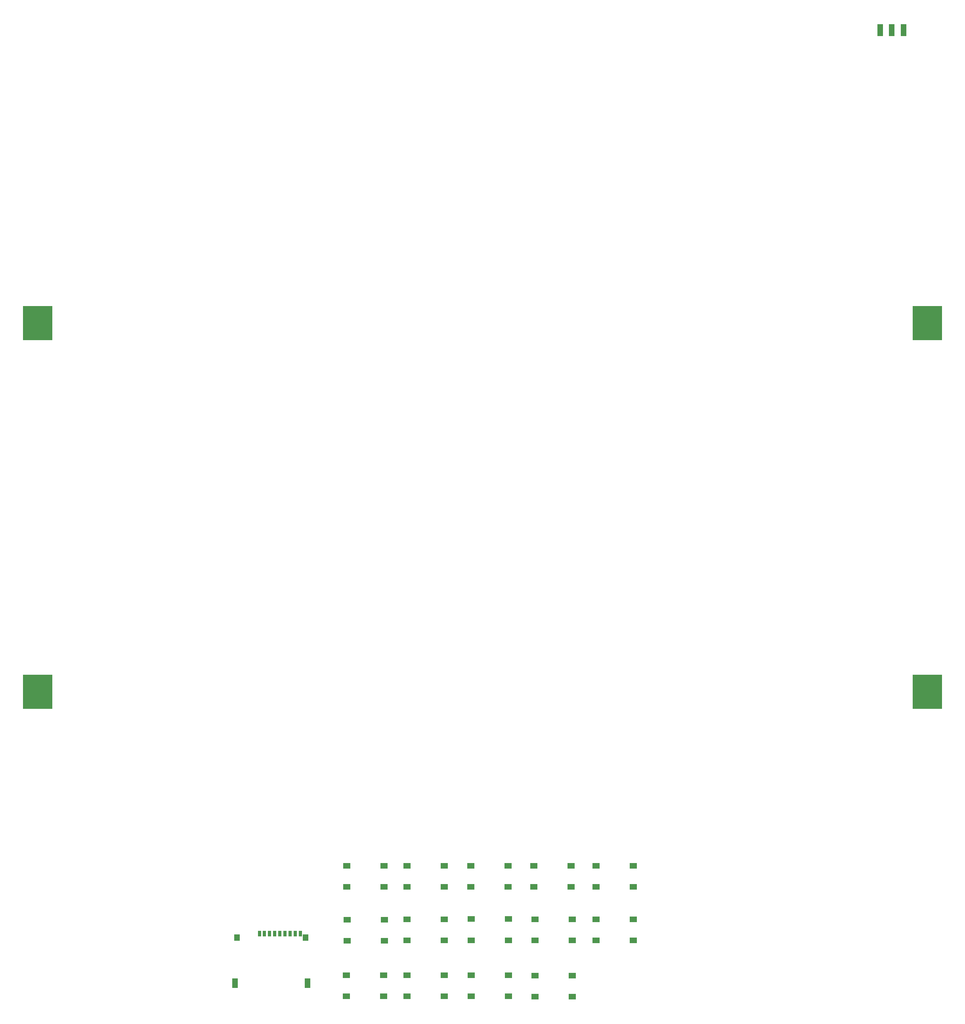
<source format=gbp>
%TF.GenerationSoftware,KiCad,Pcbnew,(6.0.0)*%
%TF.CreationDate,2022-01-30T17:43:53-05:00*%
%TF.ProjectId,fancyGradCap_rev2,66616e63-7947-4726-9164-4361705f7265,1*%
%TF.SameCoordinates,Original*%
%TF.FileFunction,Paste,Bot*%
%TF.FilePolarity,Positive*%
%FSLAX46Y46*%
G04 Gerber Fmt 4.6, Leading zero omitted, Abs format (unit mm)*
G04 Created by KiCad (PCBNEW (6.0.0)) date 2022-01-30 17:43:53*
%MOMM*%
%LPD*%
G01*
G04 APERTURE LIST*
%ADD10R,1.550000X1.300000*%
%ADD11R,6.350000X7.340000*%
%ADD12R,0.700000X1.300000*%
%ADD13R,1.200000X1.400000*%
%ADD14R,1.200000X2.000000*%
%ADD15R,1.250000X2.500000*%
G04 APERTURE END LIST*
D10*
%TO.C,SW4*%
X71025000Y-191020000D03*
X78975000Y-191020000D03*
X78975000Y-186520000D03*
X71025000Y-186520000D03*
%TD*%
%TO.C,SW11*%
X83909000Y-209888000D03*
X91859000Y-209888000D03*
X83909000Y-214388000D03*
X91859000Y-214388000D03*
%TD*%
%TO.C,SW6*%
X83854750Y-191020000D03*
X91804750Y-191020000D03*
X91804750Y-186520000D03*
X83854750Y-186520000D03*
%TD*%
%TO.C,SW5*%
X119140500Y-197968750D03*
X111190500Y-197968750D03*
X119140500Y-202468750D03*
X111190500Y-202468750D03*
%TD*%
%TO.C,SW8*%
X97466750Y-191020000D03*
X105416750Y-191020000D03*
X97466750Y-186520000D03*
X105416750Y-186520000D03*
%TD*%
%TO.C,SW12*%
X124283000Y-186508000D03*
X132233000Y-186508000D03*
X132233000Y-191008000D03*
X124283000Y-191008000D03*
%TD*%
D11*
%TO.C,BT1*%
X5000000Y-70670000D03*
X5000000Y-149330000D03*
%TD*%
%TO.C,BT2*%
X195000000Y-70670000D03*
X195000000Y-149330000D03*
%TD*%
D12*
%TO.C,J3*%
X52330000Y-201012000D03*
X53430000Y-201012000D03*
X54530000Y-201012000D03*
X55630000Y-201012000D03*
X56730000Y-201012000D03*
X57830000Y-201012000D03*
X58930000Y-201012000D03*
X60030000Y-201012000D03*
X61130000Y-201012000D03*
D13*
X47550000Y-201862000D03*
X62230000Y-201862000D03*
D14*
X62650000Y-211562000D03*
X47130000Y-211562000D03*
%TD*%
D10*
%TO.C,SW9*%
X70955000Y-209905500D03*
X78905000Y-209905500D03*
X78905000Y-214405500D03*
X70955000Y-214405500D03*
%TD*%
%TO.C,SW17*%
X105505250Y-197918750D03*
X97555250Y-197918750D03*
X97555250Y-202418750D03*
X105505250Y-202418750D03*
%TD*%
%TO.C,SW10*%
X110936500Y-191020000D03*
X118886500Y-191020000D03*
X118886500Y-186520000D03*
X110936500Y-186520000D03*
%TD*%
%TO.C,SW7*%
X124295000Y-197950000D03*
X132245000Y-197950000D03*
X132245000Y-202450000D03*
X124295000Y-202450000D03*
%TD*%
%TO.C,SW14*%
X79000750Y-198045750D03*
X71050750Y-198045750D03*
X79000750Y-202545750D03*
X71050750Y-202545750D03*
%TD*%
%TO.C,SW13*%
X97625000Y-209888000D03*
X105575000Y-209888000D03*
X97625000Y-214388000D03*
X105575000Y-214388000D03*
%TD*%
%TO.C,SW16*%
X91859000Y-202450000D03*
X83909000Y-202450000D03*
X91859000Y-197950000D03*
X83909000Y-197950000D03*
%TD*%
%TO.C,SW15*%
X119196250Y-209964500D03*
X111246250Y-209964500D03*
X111246250Y-214464500D03*
X119196250Y-214464500D03*
%TD*%
D15*
%TO.C,SW1*%
X184952000Y-8084000D03*
X187452000Y-8084000D03*
X189952000Y-8084000D03*
%TD*%
M02*

</source>
